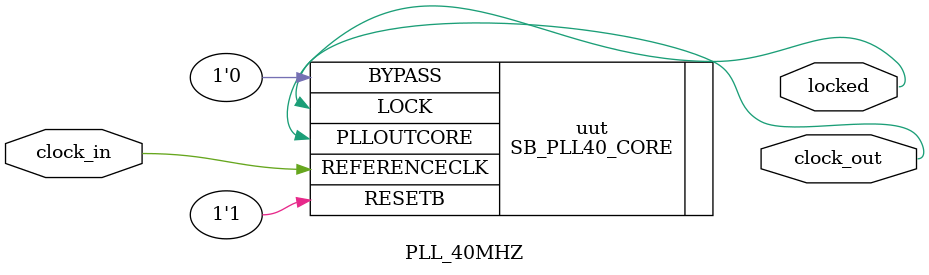
<source format=v>
module PLL_40MHZ #(
 parameter DIV_R = 0,
 parameter DIV_Q = 0,
 parameter DIV_F = 0
) (
 input clock_in,
 output clock_out,
 output locked
);
 SB_PLL40_CORE #(
 	.FEEDBACK_PATH("SIMPLE"),
 	.DIVR(DIV_R),
 	.DIVF(DIV_F),
 	.DIVQ(DIV_Q),
 	.FILTER_RANGE(3'b001)
 ) uut (
 	.LOCK(locked),
 	.RESETB(1'b1),
 	.BYPASS(1'b0),
 	.REFERENCECLK(clock_in),
 	.PLLOUTCORE(clock_out)
 );
endmodule
</source>
